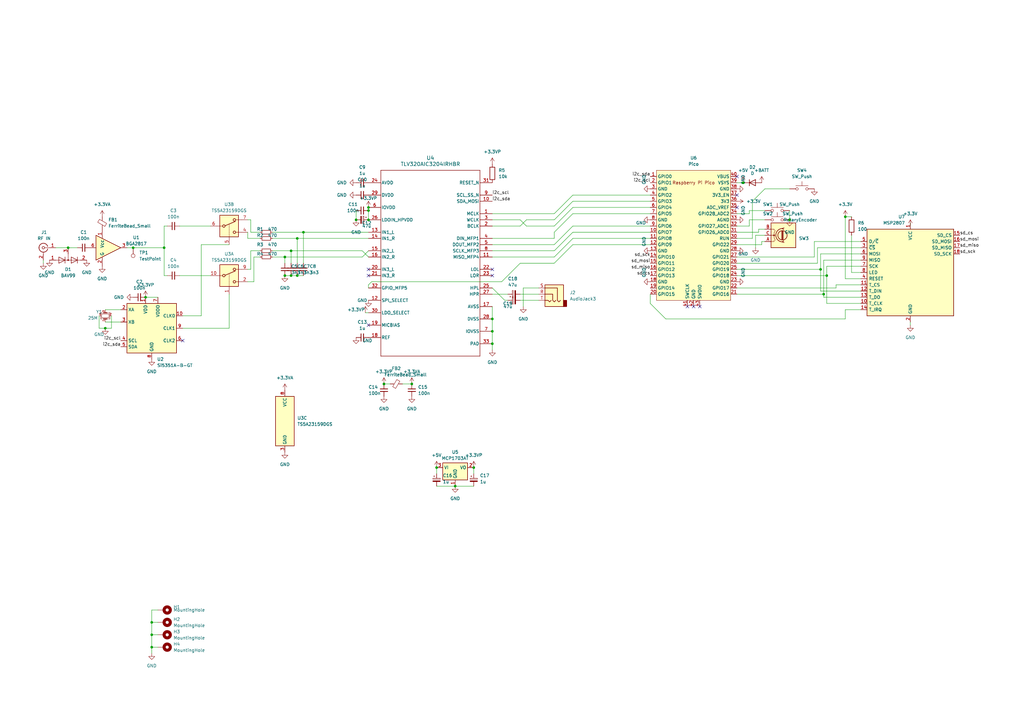
<source format=kicad_sch>
(kicad_sch (version 20230121) (generator eeschema)
  (paper "A3")
  (lib_symbols
    (symbol "2024-01-29_04-48-31:TLV320AIC3204IRHBR" (pin_names (offset 0.254))
      (property "Reference" "U" (at 0 2.54 0))
      (property "Value" "TLV320AIC3204IRHBR" (at 0 0 0))
      (symbol "TLV320AIC3204IRHBR_0_1"
        (pin input line (at 25.4 20.32 180) (length 5.08) (name "MCLK") (number "1"))
        (pin input line (at 25.4 25.4 180) (length 5.08) (name "SDA_MOSI") (number "10"))
        (pin output line (at 25.4 2.54 180) (length 5.08) (name "MISO_MFP4") (number "11"))
        (pin input line (at -25.4 -15.24 0) (length 5.08) (name "SPI_SELECT") (number "12"))
        (pin input line (at -25.4 12.7 0) (length 5.08) (name "IN1_L") (number "13"))
        (pin input line (at -25.4 10.16 0) (length 5.08) (name "IN1_R") (number "14"))
        (pin input line (at -25.4 5.08 0) (length 5.08) (name "IN2_L") (number "15"))
        (pin input line (at -25.4 2.54 0) (length 5.08) (name "IN2_R") (number "16"))
        (pin power_in line (at 25.4 -17.78 180) (length 5.08) (name "AVSS") (number "17"))
        (pin output line (at -25.4 -30.48 0) (length 5.08) (name "REF") (number "18"))
        (pin output line (at -25.4 -25.4 0) (length 5.08) (name "MICBIAS") (number "19"))
        (pin bidirectional line (at 25.4 15.24 180) (length 5.08) (name "BCLK") (number "2"))
        (pin input line (at -25.4 -2.54 0) (length 5.08) (name "IN3_L") (number "20"))
        (pin input line (at -25.4 -5.08 0) (length 5.08) (name "IN3_R") (number "21"))
        (pin output line (at 25.4 -2.54 180) (length 5.08) (name "LOL") (number "22"))
        (pin output line (at 25.4 -5.08 180) (length 5.08) (name "LOR") (number "23"))
        (pin power_in line (at -25.4 33.02 0) (length 5.08) (name "AVDD") (number "24"))
        (pin output line (at 25.4 -10.16 180) (length 5.08) (name "HPL") (number "25"))
        (pin power_in line (at -25.4 17.78 0) (length 5.08) (name "LDOIN_HPVDD") (number "26"))
        (pin output line (at 25.4 -12.7 180) (length 5.08) (name "HPR") (number "27"))
        (pin power_in line (at 25.4 -22.86 180) (length 5.08) (name "DVSS") (number "28"))
        (pin power_in line (at -25.4 27.94 0) (length 5.08) (name "DVDD") (number "29"))
        (pin bidirectional line (at 25.4 17.78 180) (length 5.08) (name "WCLK") (number "3"))
        (pin input line (at -25.4 -20.32 0) (length 5.08) (name "LDO_SELECT") (number "30"))
        (pin input line (at 25.4 33.02 180) (length 5.08) (name "RESET_N") (number "31"))
        (pin bidirectional line (at -25.4 -10.16 0) (length 5.08) (name "GPIO_MFP5") (number "32"))
        (pin power_in line (at 25.4 -33.02 180) (length 5.08) (name "PAD") (number "33"))
        (pin input line (at 25.4 10.16 180) (length 5.08) (name "DIN_MFP1") (number "4"))
        (pin output line (at 25.4 7.62 180) (length 5.08) (name "DOUT_MFP2") (number "5"))
        (pin power_in line (at -25.4 22.86 0) (length 5.08) (name "IOVDD") (number "6"))
        (pin power_in line (at 25.4 -27.94 180) (length 5.08) (name "IOVSS") (number "7"))
        (pin input line (at 25.4 5.08 180) (length 5.08) (name "SCLK_MFP3") (number "8"))
        (pin input line (at 25.4 27.94 180) (length 5.08) (name "SCL_SS_N") (number "9"))
      )
    )
    (symbol "Analog_Switch:TS5A23159DGS"
      (property "Reference" "U" (at -5.08 8.89 0))
      (property "Value" "TS5A23159DGS" (at -5.08 6.985 0))
      (symbol "TS5A23159DGS_1_1"
        (pin input line (at 0 -7.62 90) (length 2.54) (name "~") (number "1"))
        (pin passive line (at -7.62 0 0) (length 2.54) (name "~") (number "10"))
        (pin passive line (at 7.62 -2.54 180) (length 2.54) (name "~") (number "2"))
        (pin passive line (at 7.62 2.54 180) (length 2.54) (name "~") (number "9"))
      )
      (symbol "TS5A23159DGS_2_1"
        (pin passive line (at 7.62 -2.54 180) (length 2.54) (name "~") (number "4"))
        (pin input line (at 0 -7.62 90) (length 2.54) (name "~") (number "5"))
        (pin passive line (at -7.62 0 0) (length 2.54) (name "~") (number "6"))
        (pin passive line (at 7.62 2.54 180) (length 2.54) (name "~") (number "7"))
      )
      (symbol "TS5A23159DGS_3_1"
        (pin power_in line (at 0 -12.7 90) (length 2.54) (name "GND") (number "3"))
        (pin power_in line (at 0 12.7 270) (length 2.54) (name "VCC") (number "8"))
      )
    )
    (symbol "Connector:Conn_Coaxial" (pin_names (offset 1.016) hide)
      (property "Reference" "J" (at 0.254 3.048 0))
      (property "Value" "Conn_Coaxial" (at 2.921 0 90))
      (symbol "Conn_Coaxial_1_1"
        (pin passive line (at -5.08 0 0) (length 2.54) (name "In") (number "1"))
        (pin passive line (at 0 -5.08 90) (length 2.54) (name "Ext") (number "2"))
      )
    )
    (symbol "Connector:TestPoint" (pin_numbers hide) (pin_names (offset 0.762) hide)
      (property "Reference" "TP" (at 0 6.858 0))
      (property "Value" "TestPoint" (at 0 5.08 0))
      (symbol "TestPoint_1_1"
        (pin passive line (at 0 0 90) (length 2.54) (name "1") (number "1"))
      )
    )
    (symbol "Connector_Audio:AudioJack3"
      (property "Reference" "J" (at 0 8.89 0))
      (property "Value" "AudioJack3" (at 0 6.35 0))
      (symbol "AudioJack3_1_1"
        (pin passive line (at 5.08 0 180) (length 2.54) (name "~") (number "R"))
        (pin passive line (at 5.08 2.54 180) (length 2.54) (name "~") (number "S"))
        (pin passive line (at 5.08 -2.54 180) (length 2.54) (name "~") (number "T"))
      )
    )
    (symbol "Device:C_Polarized_Small" (pin_numbers hide) (pin_names (offset 0.254) hide)
      (property "Reference" "C" (at 0.254 1.778 0))
      (property "Value" "C_Polarized_Small" (at 0.254 -2.032 0))
      (symbol "C_Polarized_Small_1_1"
        (pin passive line (at 0 2.54 270) (length 1.8542) (name "~") (number "1"))
        (pin passive line (at 0 -2.54 90) (length 1.8542) (name "~") (number "2"))
      )
    )
    (symbol "Device:C_Small" (pin_numbers hide) (pin_names (offset 0.254) hide)
      (property "Reference" "C" (at 0.254 1.778 0))
      (property "Value" "C_Small" (at 0.254 -2.032 0))
      (symbol "C_Small_1_1"
        (pin passive line (at 0 2.54 270) (length 2.032) (name "~") (number "1"))
        (pin passive line (at 0 -2.54 90) (length 2.032) (name "~") (number "2"))
      )
    )
    (symbol "Device:Crystal_GND24_Small" (pin_names (offset 1.016) hide)
      (property "Reference" "Y" (at 1.27 4.445 0))
      (property "Value" "Crystal_GND24_Small" (at 1.27 2.54 0))
      (symbol "Crystal_GND24_Small_1_1"
        (pin passive line (at -2.54 0 0) (length 1.27) (name "1") (number "1"))
        (pin passive line (at 0 -2.54 90) (length 0.635) (name "2") (number "2"))
        (pin passive line (at 2.54 0 180) (length 1.27) (name "3") (number "3"))
        (pin passive line (at 0 2.54 270) (length 0.635) (name "4") (number "4"))
      )
    )
    (symbol "Device:D" (pin_numbers hide) (pin_names (offset 1.016) hide)
      (property "Reference" "D" (at 0 2.54 0))
      (property "Value" "D" (at 0 -2.54 0))
      (symbol "D_1_1"
        (pin passive line (at -3.81 0 0) (length 2.54) (name "K") (number "1"))
        (pin passive line (at 3.81 0 180) (length 2.54) (name "A") (number "2"))
      )
    )
    (symbol "Device:FerriteBead_Small" (pin_numbers hide) (pin_names (offset 0))
      (property "Reference" "FB" (at 1.905 1.27 0))
      (property "Value" "FerriteBead_Small" (at 1.905 -1.27 0))
      (symbol "FerriteBead_Small_1_1"
        (pin passive line (at 0 2.54 270) (length 1.27) (name "~") (number "1"))
        (pin passive line (at 0 -2.54 90) (length 1.27) (name "~") (number "2"))
      )
    )
    (symbol "Device:R" (pin_numbers hide) (pin_names (offset 0))
      (property "Reference" "R" (at 2.032 0 90))
      (property "Value" "R" (at 0 0 90))
      (symbol "R_1_1"
        (pin passive line (at 0 3.81 270) (length 1.27) (name "~") (number "1"))
        (pin passive line (at 0 -3.81 90) (length 1.27) (name "~") (number "2"))
      )
    )
    (symbol "Device:R_Small" (pin_numbers hide) (pin_names (offset 0.254) hide)
      (property "Reference" "R" (at 0.762 0.508 0))
      (property "Value" "R_Small" (at 0.762 -1.016 0))
      (symbol "R_Small_1_1"
        (pin passive line (at 0 2.54 270) (length 0.762) (name "~") (number "1"))
        (pin passive line (at 0 -2.54 90) (length 0.762) (name "~") (number "2"))
      )
    )
    (symbol "Device:RotaryEncoder" (pin_names (offset 0.254) hide)
      (property "Reference" "SW" (at 0 6.604 0))
      (property "Value" "RotaryEncoder" (at 0 -6.604 0))
      (symbol "RotaryEncoder_1_1"
        (pin passive line (at -7.62 2.54 0) (length 2.54) (name "A") (number "A"))
        (pin passive line (at -7.62 -2.54 0) (length 2.54) (name "B") (number "B"))
        (pin passive line (at -7.62 0 0) (length 2.54) (name "C") (number "C"))
      )
    )
    (symbol "Diode:BAV99" (pin_names hide)
      (property "Reference" "D" (at 0 5.08 0))
      (property "Value" "BAV99" (at 0 2.54 0))
      (symbol "BAV99_1_1"
        (pin passive line (at -7.62 0 0) (length 2.54) (name "K") (number "1"))
        (pin passive line (at 7.62 0 180) (length 2.54) (name "A") (number "2"))
        (pin passive line (at 0 -5.08 90) (length 2.54) (name "K") (number "3"))
      )
    )
    (symbol "MSP2807:MSP2807" (pin_names (offset 0.762))
      (property "Reference" "U" (at -23.876 1.27 0))
      (property "Value" "MSP2807" (at -4.445 1.27 0))
      (symbol "MSP2807_1_1"
        (pin power_in line (at -6.35 2.54 270) (length 2.54) (name "VCC") (number "1"))
        (pin input line (at 13.97 -30.48 180) (length 2.54) (name "T_CLK") (number "10"))
        (pin input line (at 13.97 -22.86 180) (length 2.54) (name "T_CS") (number "11"))
        (pin input line (at 13.97 -25.4 180) (length 2.54) (name "T_DIN") (number "12"))
        (pin input line (at 13.97 -27.94 180) (length 2.54) (name "T_DO") (number "13"))
        (pin input line (at 13.97 -33.02 180) (length 2.54) (name "T_IRQ") (number "14"))
        (pin input line (at -26.67 -2.54 0) (length 2.54) (name "SD_CS") (number "15"))
        (pin input line (at -26.67 -5.08 0) (length 2.54) (name "SD_MOSI") (number "16"))
        (pin output line (at -26.67 -7.62 0) (length 2.54) (name "SD_MISO") (number "17"))
        (pin input line (at -26.67 -10.16 0) (length 2.54) (name "SD_SCK") (number "18"))
        (pin power_in line (at -6.35 -38.1 90) (length 2.54) (name "GND") (number "2"))
        (pin input line (at 13.97 -7.62 180) (length 2.54) (name "~{CS}") (number "3"))
        (pin input line (at 13.97 -20.32 180) (length 2.54) (name "RESET") (number "4"))
        (pin input line (at 13.97 -5.08 180) (length 2.54) (name "D/~{C}") (number "5"))
        (pin input line (at 13.97 -10.16 180) (length 2.54) (name "MOSI") (number "6"))
        (pin input line (at 13.97 -15.24 180) (length 2.54) (name "SCK") (number "7"))
        (pin input line (at 13.97 -17.78 180) (length 2.54) (name "LED") (number "8"))
        (pin output line (at 13.97 -12.7 180) (length 2.54) (name "MISO") (number "9"))
      )
    )
    (symbol "Mechanical:MountingHole_Pad" (pin_numbers hide) (pin_names (offset 1.016) hide)
      (property "Reference" "H" (at 0 6.35 0))
      (property "Value" "MountingHole_Pad" (at 0 4.445 0))
      (symbol "MountingHole_Pad_1_1"
        (pin input line (at 0 -2.54 90) (length 2.54) (name "1") (number "1"))
      )
    )
    (symbol "Oscillator:Si5351A-B-GT"
      (property "Reference" "U" (at -8.89 11.43 0))
      (property "Value" "Si5351A-B-GT" (at -12.7 -12.7 0))
      (symbol "Si5351A-B-GT_1_1"
        (pin power_in line (at -2.54 12.7 270) (length 2.54) (name "VDD") (number "1"))
        (pin output line (at 12.7 5.08 180) (length 2.54) (name "CLK0") (number "10"))
        (pin input line (at -12.7 7.62 0) (length 2.54) (name "XA") (number "2"))
        (pin input line (at -12.7 2.54 0) (length 2.54) (name "XB") (number "3"))
        (pin input line (at -12.7 -5.08 0) (length 2.54) (name "SCL") (number "4"))
        (pin bidirectional line (at -12.7 -7.62 0) (length 2.54) (name "SDA") (number "5"))
        (pin output line (at 12.7 -5.08 180) (length 2.54) (name "CLK2") (number "6"))
        (pin power_in line (at 2.54 12.7 270) (length 2.54) (name "VDDO") (number "7"))
        (pin power_in line (at 0 -12.7 90) (length 2.54) (name "GND") (number "8"))
        (pin output line (at 12.7 0 180) (length 2.54) (name "CLK1") (number "9"))
      )
    )
    (symbol "RF_Amplifier:BGA2817"
      (property "Reference" "U" (at 2.54 6.35 0))
      (property "Value" "BGA2817" (at 3.81 3.81 0))
      (symbol "BGA2817_1_1"
        (pin power_in line (at -2.54 7.62 270) (length 3.81) (name "Vcc") (number "1"))
        (pin power_in line (at -2.54 -7.62 90) (length 3.81) (name "G") (number "2"))
        (pin output line (at 7.62 0 180) (length 2.54) (name "~") (number "3"))
        (pin passive line (at -2.54 -7.62 90) (length 3.81) hide (name "G") (number "4"))
        (pin passive line (at -2.54 -7.62 90) (length 3.81) hide (name "G") (number "5"))
        (pin input line (at -7.62 0 0) (length 2.54) (name "~") (number "6"))
      )
    )
    (symbol "RP-Pico:Pico"
      (property "Reference" "U" (at -13.97 27.94 0))
      (property "Value" "Pico" (at 0 19.05 0))
      (symbol "Pico_0_0"
        (text "Raspberry Pi Pico" (at 0 21.59 0) (effects (font (size 1.27 1.27))))
      )
      (symbol "Pico_1_1"
        (pin bidirectional line (at -17.78 24.13 0) (length 2.54) (name "GPIO0") (number "1"))
        (pin bidirectional line (at -17.78 1.27 0) (length 2.54) (name "GPIO7") (number "10"))
        (pin bidirectional line (at -17.78 -1.27 0) (length 2.54) (name "GPIO8") (number "11"))
        (pin bidirectional line (at -17.78 -3.81 0) (length 2.54) (name "GPIO9") (number "12"))
        (pin power_in line (at -17.78 -6.35 0) (length 2.54) (name "GND") (number "13"))
        (pin bidirectional line (at -17.78 -8.89 0) (length 2.54) (name "GPIO10") (number "14"))
        (pin bidirectional line (at -17.78 -11.43 0) (length 2.54) (name "GPIO11") (number "15"))
        (pin bidirectional line (at -17.78 -13.97 0) (length 2.54) (name "GPIO12") (number "16"))
        (pin bidirectional line (at -17.78 -16.51 0) (length 2.54) (name "GPIO13") (number "17"))
        (pin power_in line (at -17.78 -19.05 0) (length 2.54) (name "GND") (number "18"))
        (pin bidirectional line (at -17.78 -21.59 0) (length 2.54) (name "GPIO14") (number "19"))
        (pin bidirectional line (at -17.78 21.59 0) (length 2.54) (name "GPIO1") (number "2"))
        (pin bidirectional line (at -17.78 -24.13 0) (length 2.54) (name "GPIO15") (number "20"))
        (pin bidirectional line (at 17.78 -24.13 180) (length 2.54) (name "GPIO16") (number "21"))
        (pin bidirectional line (at 17.78 -21.59 180) (length 2.54) (name "GPIO17") (number "22"))
        (pin power_in line (at 17.78 -19.05 180) (length 2.54) (name "GND") (number "23"))
        (pin bidirectional line (at 17.78 -16.51 180) (length 2.54) (name "GPIO18") (number "24"))
        (pin bidirectional line (at 17.78 -13.97 180) (length 2.54) (name "GPIO19") (number "25"))
        (pin bidirectional line (at 17.78 -11.43 180) (length 2.54) (name "GPIO20") (number "26"))
        (pin bidirectional line (at 17.78 -8.89 180) (length 2.54) (name "GPIO21") (number "27"))
        (pin power_in line (at 17.78 -6.35 180) (length 2.54) (name "GND") (number "28"))
        (pin bidirectional line (at 17.78 -3.81 180) (length 2.54) (name "GPIO22") (number "29"))
        (pin power_in line (at -17.78 19.05 0) (length 2.54) (name "GND") (number "3"))
        (pin input line (at 17.78 -1.27 180) (length 2.54) (name "RUN") (number "30"))
        (pin bidirectional line (at 17.78 1.27 180) (length 2.54) (name "GPIO26_ADC0") (number "31"))
        (pin bidirectional line (at 17.78 3.81 180) (length 2.54) (name "GPIO27_ADC1") (number "32"))
        (pin power_in line (at 17.78 6.35 180) (length 2.54) (name "AGND") (number "33"))
        (pin bidirectional line (at 17.78 8.89 180) (length 2.54) (name "GPIO28_ADC2") (number "34"))
        (pin power_in line (at 17.78 11.43 180) (length 2.54) (name "ADC_VREF") (number "35"))
        (pin power_in line (at 17.78 13.97 180) (length 2.54) (name "3V3") (number "36"))
        (pin input line (at 17.78 16.51 180) (length 2.54) (name "3V3_EN") (number "37"))
        (pin bidirectional line (at 17.78 19.05 180) (length 2.54) (name "GND") (number "38"))
        (pin power_in line (at 17.78 21.59 180) (length 2.54) (name "VSYS") (number "39"))
        (pin bidirectional line (at -17.78 16.51 0) (length 2.54) (name "GPIO2") (number "4"))
        (pin power_in line (at 17.78 24.13 180) (length 2.54) (name "VBUS") (number "40"))
        (pin input line (at -2.54 -29.21 90) (length 2.54) (name "SWCLK") (number "41"))
        (pin power_in line (at 0 -29.21 90) (length 2.54) (name "GND") (number "42"))
        (pin bidirectional line (at 2.54 -29.21 90) (length 2.54) (name "SWDIO") (number "43"))
        (pin bidirectional line (at -17.78 13.97 0) (length 2.54) (name "GPIO3") (number "5"))
        (pin bidirectional line (at -17.78 11.43 0) (length 2.54) (name "GPIO4") (number "6"))
        (pin bidirectional line (at -17.78 8.89 0) (length 2.54) (name "GPIO5") (number "7"))
        (pin power_in line (at -17.78 6.35 0) (length 2.54) (name "GND") (number "8"))
        (pin bidirectional line (at -17.78 3.81 0) (length 2.54) (name "GPIO6") (number "9"))
      )
    )
    (symbol "Regulator_Linear:AMS1117-3.3"
      (property "Reference" "U" (at -3.81 3.175 0))
      (property "Value" "AMS1117-3.3" (at 0 3.175 0))
      (symbol "AMS1117-3.3_1_1"
        (pin power_in line (at 0 -7.62 90) (length 2.54) (name "GND") (number "1"))
        (pin power_out line (at 7.62 0 180) (length 2.54) (name "VO") (number "2"))
        (pin power_in line (at -7.62 0 0) (length 2.54) (name "VI") (number "3"))
      )
    )
    (symbol "Switch:SW_Push" (pin_numbers hide) (pin_names (offset 1.016) hide)
      (property "Reference" "SW" (at 1.27 2.54 0))
      (property "Value" "SW_Push" (at 0 -1.524 0))
      (symbol "SW_Push_0_1"
        (pin passive line (at -5.08 0 0) (length 2.54) (name "1") (number "1"))
        (pin passive line (at 5.08 0 180) (length 2.54) (name "2") (number "2"))
      )
    )
    (symbol "power:+3.3V" (power) (pin_names (offset 0))
      (property "Value" "+3.3V" (at 0 3.556 0))
      (symbol "+3.3V_1_1"
        (pin power_in line (at 0 0 90) (length 0) hide (name "+3.3V") (number "1"))
      )
    )
    (symbol "power:+3.3VA" (power) (pin_names (offset 0))
      (property "Value" "+3.3VA" (at 0 3.556 0))
      (symbol "+3.3VA_1_1"
        (pin power_in line (at 0 0 90) (length 0) hide (name "+3.3VA") (number "1"))
      )
    )
    (symbol "power:+3.3VP" (power) (pin_names (offset 0))
      (property "Value" "+3.3VP" (at 0 2.54 0))
      (symbol "+3.3VP_0_0"
        (pin power_in line (at 0 0 90) (length 0) hide (name "+3.3VP") (number "1"))
      )
    )
    (symbol "power:+5V" (power) (pin_names (offset 0))
      (property "Value" "+5V" (at 0 3.556 0))
      (symbol "+5V_1_1"
        (pin power_in line (at 0 0 90) (length 0) hide (name "+5V") (number "1"))
      )
    )
    (symbol "power:+BATT" (power) (pin_names (offset 0))
      (property "Value" "+BATT" (at 0 3.556 0))
      (symbol "+BATT_1_1"
        (pin power_in line (at 0 0 90) (length 0) hide (name "+BATT") (number "1"))
      )
    )
    (symbol "power:GND" (power) (pin_names (offset 0))
      (property "Value" "GND" (at 0 -3.81 0))
      (symbol "GND_1_1"
        (pin power_in line (at 0 0 270) (length 0) hide (name "GND") (number "1"))
      )
    )
  )
  (junction (at 116.84 113.03))
  (junction (at 194.31 191.77))
  (junction (at 62.23 255.27))
  (junction (at 201.93 140.97))
  (junction (at 151.13 90.17))
  (junction (at 124.46 95.25))
  (junction (at 121.92 113.03))
  (junction (at 179.07 191.77))
  (junction (at 121.92 97.79))
  (junction (at 151.13 85.09))
  (junction (at 62.23 265.43))
  (junction (at 116.84 105.41))
  (junction (at 62.23 260.35))
  (junction (at 304.8 74.93))
  (junction (at 119.38 113.03))
  (junction (at 157.48 157.48))
  (junction (at 151.13 86.36))
  (junction (at 119.38 102.87))
  (junction (at 201.93 135.89))
  (junction (at 323.85 90.17))
  (junction (at 59.69 121.92))
  (junction (at 54.61 101.6))
  (junction (at 146.05 90.17))
  (junction (at 43.18 134.62))
  (junction (at 201.93 130.81))
  (junction (at 27.94 101.6))
  (junction (at 186.69 199.39))
  (junction (at 67.31 101.6))
  (junction (at 346.71 88.9))
  (junction (at 339.09 113.03))
  (junction (at 337.82 120.65))
  (junction (at 336.55 110.49))
  (junction (at 168.91 157.48))
  (no_connect (at 281.94 125.73))
  (no_connect (at 302.26 85.09))
  (no_connect (at 302.26 72.39))
  (no_connect (at 151.13 133.35))
  (no_connect (at 284.48 125.73))
  (no_connect (at 201.93 113.03))
  (no_connect (at 151.13 110.49))
  (no_connect (at 151.13 113.03))
  (no_connect (at 74.93 139.7))
  (no_connect (at 302.26 80.01))
  (no_connect (at 201.93 110.49))
  (no_connect (at 287.02 125.73))
  (wire (pts (xy 149.86 128.27) (xy 151.13 128.27)))
  (wire (pts (xy 336.55 119.38) (xy 353.06 119.38)))
  (wire (pts (xy 307.34 86.36) (xy 313.69 86.36)))
  (wire (pts (xy 373.38 132.08) (xy 373.38 133.35)))
  (wire (pts (xy 313.69 77.47) (xy 323.85 77.47)))
  (wire (pts (xy 62.23 260.35) (xy 64.77 260.35)))
  (wire (pts (xy 74.93 134.62) (xy 93.98 134.62)))
  (wire (pts (xy 111.76 105.41) (xy 116.84 105.41)))
  (wire (pts (xy 336.55 119.38) (xy 336.55 110.49)))
  (wire (pts (xy 201.93 92.71) (xy 213.36 92.71)))
  (wire (pts (xy 312.42 99.06) (xy 313.69 99.06)))
  (wire (pts (xy 234.95 82.55) (xy 266.7 82.55)))
  (wire (pts (xy 116.84 105.41) (xy 148.59 105.41)))
  (wire (pts (xy 43.18 127) (xy 49.53 127)))
  (wire (pts (xy 201.93 102.87) (xy 227.33 102.87)))
  (wire (pts (xy 45.72 129.54) (xy 45.72 134.62)))
  (wire (pts (xy 337.82 121.92) (xy 353.06 121.92)))
  (wire (pts (xy 234.95 82.55) (xy 227.33 90.17)))
  (wire (pts (xy 101.6 97.79) (xy 101.6 95.25)))
  (wire (pts (xy 266.7 97.79) (xy 234.95 97.79)))
  (wire (pts (xy 304.8 74.93) (xy 302.26 74.93)))
  (wire (pts (xy 266.7 80.01) (xy 234.95 80.01)))
  (wire (pts (xy 93.98 100.33) (xy 82.55 100.33)))
  (wire (pts (xy 311.15 93.98) (xy 313.69 93.98)))
  (wire (pts (xy 151.13 102.87) (xy 148.59 105.41)))
  (wire (pts (xy 106.68 97.79) (xy 101.6 97.79)))
  (wire (pts (xy 168.91 157.48) (xy 165.1 157.48)))
  (wire (pts (xy 234.95 100.33) (xy 266.7 100.33)))
  (wire (pts (xy 337.82 106.68) (xy 337.82 120.65)))
  (wire (pts (xy 208.28 123.19) (xy 207.01 123.19)))
  (wire (pts (xy 40.64 134.62) (xy 43.18 134.62)))
  (wire (pts (xy 337.82 106.68) (xy 353.06 106.68)))
  (wire (pts (xy 62.23 255.27) (xy 64.77 255.27)))
  (wire (pts (xy 146.05 86.36) (xy 146.05 90.17)))
  (wire (pts (xy 339.09 124.46) (xy 353.06 124.46)))
  (wire (pts (xy 106.68 95.25) (xy 102.87 95.25)))
  (wire (pts (xy 307.34 92.71) (xy 302.26 92.71)))
  (wire (pts (xy 266.7 120.65) (xy 266.7 124.46)))
  (wire (pts (xy 179.07 199.39) (xy 186.69 199.39)))
  (wire (pts (xy 40.64 129.54) (xy 40.64 134.62)))
  (wire (pts (xy 179.07 191.77) (xy 179.07 194.31)))
  (wire (pts (xy 346.71 114.3) (xy 353.06 114.3)))
  (wire (pts (xy 194.31 191.77) (xy 194.31 194.31)))
  (wire (pts (xy 311.15 95.25) (xy 302.26 95.25)))
  (wire (pts (xy 227.33 87.63) (xy 234.95 80.01)))
  (wire (pts (xy 307.34 90.17) (xy 307.34 92.71)))
  (wire (pts (xy 62.23 260.35) (xy 62.23 265.43)))
  (wire (pts (xy 45.72 134.62) (xy 43.18 134.62)))
  (wire (pts (xy 74.93 129.54) (xy 82.55 129.54)))
  (wire (pts (xy 68.58 92.71) (xy 67.31 92.71)))
  (wire (pts (xy 59.69 121.92) (xy 64.77 121.92)))
  (wire (pts (xy 227.33 92.71) (xy 234.95 85.09)))
  (wire (pts (xy 353.06 127) (xy 346.71 127)))
  (wire (pts (xy 201.93 120.65) (xy 208.28 120.65)))
  (wire (pts (xy 82.55 100.33) (xy 82.55 129.54)))
  (wire (pts (xy 121.92 113.03) (xy 124.46 113.03)))
  (wire (pts (xy 339.09 124.46) (xy 339.09 113.03)))
  (wire (pts (xy 308.61 97.79) (xy 308.61 82.55)))
  (wire (pts (xy 346.71 88.9) (xy 349.25 88.9)))
  (wire (pts (xy 346.71 127) (xy 346.71 130.81)))
  (wire (pts (xy 86.36 92.71) (xy 73.66 92.71)))
  (wire (pts (xy 335.28 101.6) (xy 353.06 101.6)))
  (wire (pts (xy 313.69 96.52) (xy 309.88 96.52)))
  (wire (pts (xy 62.23 255.27) (xy 62.23 260.35)))
  (wire (pts (xy 334.01 99.06) (xy 334.01 105.41)))
  (wire (pts (xy 373.38 91.44) (xy 373.38 92.71)))
  (wire (pts (xy 227.33 102.87) (xy 234.95 95.25)))
  (wire (pts (xy 266.7 124.46) (xy 273.05 130.81)))
  (wire (pts (xy 312.42 99.06) (xy 312.42 100.33)))
  (wire (pts (xy 302.26 113.03) (xy 339.09 113.03)))
  (wire (pts (xy 201.93 90.17) (xy 213.36 90.17)))
  (wire (pts (xy 234.95 100.33) (xy 227.33 107.95)))
  (wire (pts (xy 67.31 101.6) (xy 54.61 101.6)))
  (wire (pts (xy 62.23 265.43) (xy 64.77 265.43)))
  (wire (pts (xy 207.01 123.19) (xy 201.93 118.11)))
  (wire (pts (xy 67.31 92.71) (xy 67.31 101.6)))
  (wire (pts (xy 334.01 99.06) (xy 353.06 99.06)))
  (wire (pts (xy 213.36 90.17) (xy 215.9 92.71)))
  (wire (pts (xy 201.93 130.81) (xy 201.93 135.89)))
  (wire (pts (xy 234.95 87.63) (xy 266.7 87.63)))
  (wire (pts (xy 336.55 110.49) (xy 336.55 104.14)))
  (wire (pts (xy 323.85 86.36) (xy 323.85 90.17)))
  (wire (pts (xy 62.23 265.43) (xy 62.23 267.97)))
  (wire (pts (xy 214.63 118.11) (xy 220.98 118.11)))
  (wire (pts (xy 93.98 134.62) (xy 93.98 120.65)))
  (wire (pts (xy 308.61 82.55) (xy 313.69 77.47)))
  (wire (pts (xy 266.7 85.09) (xy 234.95 85.09)))
  (wire (pts (xy 86.36 113.03) (xy 73.66 113.03)))
  (wire (pts (xy 273.05 130.81) (xy 346.71 130.81)))
  (wire (pts (xy 102.87 90.17) (xy 101.6 90.17)))
  (wire (pts (xy 339.09 109.22) (xy 339.09 113.03)))
  (wire (pts (xy 302.26 105.41) (xy 334.01 105.41)))
  (wire (pts (xy 201.93 140.97) (xy 201.93 143.51)))
  (wire (pts (xy 302.26 97.79) (xy 308.61 97.79)))
  (wire (pts (xy 102.87 102.87) (xy 106.68 102.87)))
  (wire (pts (xy 220.98 123.19) (xy 213.36 123.19)))
  (wire (pts (xy 234.95 92.71) (xy 227.33 100.33)))
  (wire (pts (xy 213.36 120.65) (xy 220.98 120.65)))
  (wire (pts (xy 213.36 107.95) (xy 205.74 115.57)))
  (wire (pts (xy 124.46 95.25) (xy 151.13 95.25)))
  (wire (pts (xy 17.78 106.68) (xy 17.78 107.95)))
  (wire (pts (xy 215.9 92.71) (xy 227.33 92.71)))
  (wire (pts (xy 148.59 102.87) (xy 151.13 105.41)))
  (wire (pts (xy 342.9 116.84) (xy 342.9 118.11)))
  (wire (pts (xy 102.87 110.49) (xy 102.87 102.87)))
  (wire (pts (xy 302.26 120.65) (xy 337.82 120.65)))
  (wire (pts (xy 102.87 95.25) (xy 102.87 90.17)))
  (wire (pts (xy 266.7 95.25) (xy 234.95 95.25)))
  (wire (pts (xy 311.15 93.98) (xy 311.15 95.25)))
  (wire (pts (xy 266.7 92.71) (xy 234.95 92.71)))
  (wire (pts (xy 342.9 116.84) (xy 353.06 116.84)))
  (wire (pts (xy 234.95 87.63) (xy 227.33 95.25)))
  (wire (pts (xy 62.23 250.19) (xy 64.77 250.19)))
  (wire (pts (xy 104.14 115.57) (xy 101.6 115.57)))
  (wire (pts (xy 101.6 110.49) (xy 102.87 110.49)))
  (wire (pts (xy 346.71 88.9) (xy 346.71 114.3)))
  (wire (pts (xy 43.18 132.08) (xy 49.53 132.08)))
  (wire (pts (xy 201.93 100.33) (xy 227.33 100.33)))
  (wire (pts (xy 215.9 90.17) (xy 227.33 90.17)))
  (wire (pts (xy 67.31 101.6) (xy 67.31 113.03)))
  (wire (pts (xy 309.88 96.52) (xy 309.88 101.6)))
  (wire (pts (xy 152.4 115.57) (xy 205.74 115.57)))
  (wire (pts (xy 104.14 105.41) (xy 104.14 115.57)))
  (wire (pts (xy 119.38 113.03) (xy 121.92 113.03)))
  (wire (pts (xy 68.58 113.03) (xy 67.31 113.03)))
  (wire (pts (xy 121.92 97.79) (xy 121.92 107.95)))
  (wire (pts (xy 104.14 105.41) (xy 106.68 105.41)))
  (wire (pts (xy 151.13 116.84) (xy 152.4 115.57)))
  (wire (pts (xy 339.09 109.22) (xy 353.06 109.22)))
  (wire (pts (xy 201.93 87.63) (xy 227.33 87.63)))
  (wire (pts (xy 121.92 97.79) (xy 151.13 97.79)))
  (wire (pts (xy 124.46 95.25) (xy 124.46 107.95)))
  (wire (pts (xy 342.9 118.11) (xy 302.26 118.11)))
  (wire (pts (xy 119.38 102.87) (xy 148.59 102.87)))
  (wire (pts (xy 313.69 90.17) (xy 307.34 90.17)))
  (wire (pts (xy 227.33 105.41) (xy 234.95 97.79)))
  (wire (pts (xy 121.92 97.79) (xy 111.76 97.79)))
  (wire (pts (xy 201.93 97.79) (xy 227.33 97.79)))
  (wire (pts (xy 227.33 95.25) (xy 227.33 97.79)))
  (wire (pts (xy 157.48 157.48) (xy 160.02 157.48)))
  (wire (pts (xy 214.63 118.11) (xy 214.63 125.73)))
  (wire (pts (xy 201.93 125.73) (xy 201.93 130.81)))
  (wire (pts (xy 312.42 100.33) (xy 302.26 100.33)))
  (wire (pts (xy 62.23 250.19) (xy 62.23 255.27)))
  (wire (pts (xy 151.13 118.11) (xy 151.13 116.84)))
  (wire (pts (xy 116.84 113.03) (xy 119.38 113.03)))
  (wire (pts (xy 27.94 101.6) (xy 31.75 101.6)))
  (wire (pts (xy 227.33 107.95) (xy 213.36 107.95)))
  (wire (pts (xy 186.69 199.39) (xy 194.31 199.39)))
  (wire (pts (xy 111.76 102.87) (xy 119.38 102.87)))
  (wire (pts (xy 201.93 135.89) (xy 201.93 140.97)))
  (wire (pts (xy 124.46 95.25) (xy 111.76 95.25)))
  (wire (pts (xy 116.84 105.41) (xy 116.84 107.95)))
  (wire (pts (xy 151.13 85.09) (xy 151.13 86.36)))
  (wire (pts (xy 302.26 110.49) (xy 336.55 110.49)))
  (wire (pts (xy 307.34 86.36) (xy 307.34 87.63)))
  (wire (pts (xy 201.93 105.41) (xy 227.33 105.41)))
  (wire (pts (xy 22.86 101.6) (xy 27.94 101.6)))
  (wire (pts (xy 336.55 104.14) (xy 353.06 104.14)))
  (wire (pts (xy 335.28 101.6) (xy 335.28 107.95)))
  (wire (pts (xy 307.34 87.63) (xy 302.26 87.63)))
  (wire (pts (xy 349.25 111.76) (xy 353.06 111.76)))
  (wire (pts (xy 349.25 96.52) (xy 349.25 111.76)))
  (wire (pts (xy 302.26 107.95) (xy 335.28 107.95)))
  (wire (pts (xy 151.13 86.36) (xy 151.13 90.17)))
  (wire (pts (xy 337.82 121.92) (xy 337.82 120.65)))
  (wire (pts (xy 54.61 101.6) (xy 52.07 101.6)))
  (wire (pts (xy 119.38 102.87) (xy 119.38 107.95)))
  (wire (pts (xy 213.36 92.71) (xy 215.9 90.17)))
  (label "sd_mosi" (at 266.7 107.95 180))
  (label "sd_mosi" (at 393.7 99.06 0))
  (label "i2c_scl" (at 201.93 80.01 0))
  (label "i2c_sda" (at 49.53 142.24 180))
  (label "sd_sck" (at 393.7 104.14 0))
  (label "i2c_scl" (at 49.53 139.7 180))
  (label "sd_cs" (at 266.7 113.03 180))
  (label "sd_miso" (at 393.7 101.6 0))
  (label "sd_miso" (at 266.7 110.49 180))
  (label "i2c_scl" (at 266.7 74.93 180))
  (label "i2c_sda" (at 201.93 82.55 0))
  (label "i2c_sda" (at 266.7 72.39 180))
  (label "sd_cs" (at 393.7 96.52 0))
  (label "sd_sck" (at 266.7 105.41 180))
  (symbol (lib_id "Device:R_Small") (at 109.22 97.79 90) (unit 1)
    (property "Reference" "R2" (at 106.68 96.52 90))
    (property "Value" "470" (at 111.76 96.52 90))
    (property "Footprint" "Resistor_SMD:R_0603_1608Metric_Pad0.98x0.95mm_HandSolder" (effects hide))
  )
  (symbol (lib_id "Device:RotaryEncoder") (at 321.31 96.52 0) (mirror x) (unit 1)
    (property "Reference" "SW3" (at 327.66 97.79 0) (effects (justify left)))
    (property "Value" "RotaryEncoder" (at 321.31 90.17 0) (effects (justify left)))
    (property "Footprint" "Rotary_Encoder:RotaryEncoder_Alps_EC12E_Vertical_H20mm" (effects hide))
  )
  (symbol (lib_id "power:GND") (at 146.05 74.93 270) (unit 1)
    (property "Reference" "#PWR014" (effects hide))
    (property "Value" "GND" (at 142.24 74.93 90) (effects (justify right)))
  )
  (symbol (lib_id "Switch:SW_Push") (at 328.93 77.47 0) (unit 1)
    (property "Reference" "SW4" (at 328.93 69.85 0))
    (property "Value" "SW_Push" (at 328.93 72.39 0))
    (property "Footprint" "Button_Switch_SMD:SW_Push_1P1T_NO_Vertical_Wuerth_434133025816" (effects hide))
  )
  (symbol (lib_id "Analog_Switch:TS5A23159DGS") (at 116.84 172.72 0) (unit 3)
    (property "Reference" "U3" (at 121.92 171.45 0) (effects (justify left)))
    (property "Value" "TS5A23159DGS" (at 121.92 173.99 0) (effects (justify left)))
    (property "Footprint" "Package_SO:VSSOP-10_3x3mm_P0.5mm" (effects hide))
    (property "Datasheet" "http://www.ti.com/lit/ds/symlink/ts5a23159.pdf" (effects hide))
  )
  (symbol (lib_id "power:+3.3VP") (at 151.13 85.09 0) (unit 1)
    (property "Reference" "#PWR019" (effects hide))
    (property "Value" "+3.3VP" (at 151.13 81.28 0))
  )
  (symbol (lib_id "power:GND") (at 157.48 162.56 0) (unit 1)
    (property "Reference" "#PWR022" (effects hide))
    (property "Value" "GND" (at 157.48 167.64 0))
  )
  (symbol (lib_id "power:+3.3V") (at 302.26 82.55 270) (unit 1)
    (property "Reference" "#PWR036" (effects hide))
    (property "Value" "+3.3V" (at 306.07 82.55 90) (effects (justify left)))
  )
  (symbol (lib_id "Device:C_Small") (at 148.59 86.36 90) (unit 1)
    (property "Reference" "C11" (at 144.7863 83.82 90))
    (property "Value" "100n" (at 144.7863 86.36 90))
    (property "Footprint" "Capacitor_SMD:C_0603_1608Metric_Pad1.08x0.95mm_HandSolder" (effects hide))
  )
  (symbol (lib_id "power:+3.3VP") (at 59.69 121.92 0) (unit 1)
    (property "Reference" "#PWR08" (effects hide))
    (property "Value" "+3.3VP" (at 59.69 116.84 0))
  )
  (symbol (lib_id "MSP2807:MSP2807") (at 367.03 93.98 0) (mirror y) (unit 1)
    (property "Reference" "U7" (at 371.1859 88.9 0) (effects (justify left)))
    (property "Value" "MSP2807" (at 371.1859 91.44 0) (effects (justify left)))
    (property "Footprint" "MSP2807:MSP2807_floating" (effects hide))
    (property "Datasheet" "http://www.lcdwiki.com/2.8inch_SPI_Module_ILI9341_SKU:MSP2807" (effects hide))
  )
  (symbol (lib_id "Oscillator:Si5351A-B-GT") (at 62.23 134.62 0) (unit 1)
    (property "Reference" "U2" (at 64.4241 147.32 0) (effects (justify left)))
    (property "Value" "Si5351A-B-GT" (at 64.4241 149.86 0) (effects (justify left)))
    (property "Footprint" "Package_SO:MSOP-10_3x3mm_P0.5mm" (effects hide))
    (property "Datasheet" "https://www.silabs.com/documents/public/data-sheets/Si5351-B.pdf" (effects hide))
  )
  (symbol (lib_id "power:GND") (at 266.7 77.47 270) (mirror x) (unit 1)
    (property "Reference" "#PWR031" (effects hide))
    (property "Value" "GND" (at 264.16 73.66 0))
  )
  (symbol (lib_id "Device:C_Small") (at 71.12 113.03 90) (unit 1)
    (property "Reference" "C4" (at 71.1263 106.68 90))
    (property "Value" "100n" (at 71.1263 109.22 90))
    (property "Footprint" "Capacitor_SMD:C_0603_1608Metric_Pad1.08x0.95mm_HandSolder" (effects hide))
  )
  (symbol (lib_id "Device:D") (at 308.61 74.93 0) (unit 1)
    (property "Reference" "D2" (at 308.61 68.58 0))
    (property "Value" "D" (at 308.61 71.12 0))
    (property "Footprint" "Diode_SMD:D_SMA" (effects hide))
    (property "Sim.Device" "D" (effects hide))
    (property "Sim.Pins" "1=K 3=A" (effects hide))
  )
  (symbol (lib_id "Device:C_Polarized_Small") (at 148.59 90.17 270) (unit 1)
    (property "Reference" "C12" (at 150.4061 91.44 90))
    (property "Value" "47u" (at 150.4061 92.71 90))
    (property "Footprint" "Capacitor_THT:CP_Radial_D5.0mm_P2.00mm" (effects hide))
  )
  (symbol (lib_id "Analog_Switch:TS5A23159DGS") (at 93.98 92.71 0) (unit 2)
    (property "Reference" "U3" (at 93.98 83.82 0))
    (property "Value" "TS5A23159DGS" (at 93.98 86.36 0))
    (property "Footprint" "Package_SO:VSSOP-10_3x3mm_P0.5mm" (effects hide))
    (property "Datasheet" "http://www.ti.com/lit/ds/symlink/ts5a23159.pdf" (effects hide))
  )
  (symbol (lib_id "Device:FerriteBead_Small") (at 162.56 157.48 90) (unit 1)
    (property "Reference" "FB2" (at 162.5219 151.13 90))
    (property "Value" "FerriteBead_Small" (at 166.3319 153.67 90))
    (property "Footprint" "Inductor_SMD:L_0603_1608Metric_Pad1.05x0.95mm_HandSolder" (effects hide))
  )
  (symbol (lib_id "Device:C_Small") (at 119.38 110.49 0) (unit 1)
    (property "Reference" "C6" (at 121.92 109.2263 0) (effects (justify left)))
    (property "Value" "3n3" (at 121.92 111.7663 0) (effects (justify left)))
    (property "Footprint" "Capacitor_SMD:C_0603_1608Metric_Pad1.08x0.95mm_HandSolder" (effects hide))
  )
  (symbol (lib_id "power:GND") (at 62.23 147.32 0) (unit 1)
    (property "Reference" "#PWR09" (effects hide))
    (property "Value" "GND" (at 62.23 152.4 0))
  )
  (symbol (lib_id "Device:C_Polarized_Small") (at 210.82 123.19 90) (unit 1)
    (property "Reference" "C19" (at 208.2863 124.46 90))
    (property "Value" "47u" (at 208.2863 125.73 90))
    (property "Footprint" "Capacitor_THT:CP_Radial_D6.3mm_P2.50mm" (effects hide))
  )
  (symbol (lib_id "Device:C_Polarized_Small") (at 194.31 196.85 0) (unit 1)
    (property "Reference" "C17" (at 196.85 195.0339 0) (effects (justify left)))
    (property "Value" "1u" (at 196.85 197.5739 0) (effects (justify left)))
    (property "Footprint" "Capacitor_THT:CP_Radial_D5.0mm_P2.00mm" (effects hide))
  )
  (symbol (lib_id "power:GND") (at 373.38 133.35 0) (mirror y) (unit 1)
    (property "Reference" "#PWR046" (effects hide))
    (property "Value" "GND" (at 373.38 138.43 0))
  )
  (symbol (lib_id "Device:C_Small") (at 121.92 110.49 0) (unit 1)
    (property "Reference" "C7" (at 124.46 109.2263 0) (effects (justify left)))
    (property "Value" "3n3" (at 124.46 111.7663 0) (effects (justify left)))
    (property "Footprint" "Capacitor_SMD:C_0603_1608Metric_Pad1.08x0.95mm_HandSolder" (effects hide))
  )
  (symbol (lib_id "power:+5V") (at 304.8 74.93 0) (unit 1)
    (property "Reference" "#PWR040" (effects hide))
    (property "Value" "+5V" (at 304.8 69.85 0))
  )
  (symbol (lib_id "power:+3.3VP") (at 149.86 128.27 0) (unit 1)
    (property "Reference" "#PWR018" (effects hide))
    (property "Value" "+3.3VP" (at 146.05 127 0))
  )
  (symbol (lib_id "power:GND") (at 54.61 121.92 270) (unit 1)
    (property "Reference" "#PWR07" (effects hide))
    (property "Value" "GND" (at 50.8 121.92 90) (effects (justify right)))
  )
  (symbol (lib_id "Mechanical:MountingHole_Pad") (at 67.31 260.35 270) (unit 1)
    (property "Reference" "H3" (at 71.12 259.08 90) (effects (justify left)))
    (property "Value" "MountingHole" (at 71.12 261.62 90) (effects (justify left)))
    (property "Footprint" "MountingHole:MountingHole_3.2mm_M3_Pad" (effects hide))
  )
  (symbol (lib_id "power:GND") (at 201.93 143.51 0) (unit 1)
    (property "Reference" "#PWR029" (effects hide))
    (property "Value" "GND" (at 201.93 148.59 0))
  )
  (symbol (lib_id "power:GND") (at 302.26 77.47 90) (unit 1)
    (property "Reference" "#PWR035" (effects hide))
    (property "Value" "GND" (at 304.8 73.66 0))
  )
  (symbol (lib_id "power:GND") (at 214.63 125.73 0) (unit 1)
    (property "Reference" "#PWR030" (effects hide))
    (property "Value" "GND" (at 214.63 130.81 0))
  )
  (symbol (lib_id "power:GND") (at 302.26 90.17 90) (unit 1)
    (property "Reference" "#PWR037" (effects hide))
    (property "Value" "GND" (at 304.8 86.36 0))
  )
  (symbol (lib_id "power:GND") (at 266.7 115.57 270) (mirror x) (unit 1)
    (property "Reference" "#PWR034" (effects hide))
    (property "Value" "GND" (at 264.16 111.76 0))
  )
  (symbol (lib_id "power:GND") (at 62.23 267.97 0) (unit 1)
    (property "Reference" "#PWR010" (effects hide))
    (property "Value" "GND" (at 62.23 273.05 0))
  )
  (symbol (lib_id "Device:C_Small") (at 148.59 74.93 90) (unit 1)
    (property "Reference" "C9" (at 148.5963 68.58 90))
    (property "Value" "1u" (at 148.5963 71.12 90))
    (property "Footprint" "Capacitor_SMD:C_0603_1608Metric_Pad1.08x0.95mm_HandSolder" (effects hide))
  )
  (symbol (lib_id "power:GND") (at 302.26 102.87 90) (unit 1)
    (property "Reference" "#PWR038" (effects hide))
    (property "Value" "GND" (at 304.8 104.14 90))
  )
  (symbol (lib_id "Device:C_Small") (at 157.48 160.02 0) (unit 1)
    (property "Reference" "C14" (at 151.13 158.7563 0) (effects (justify left)))
    (property "Value" "100n" (at 151.13 161.2963 0) (effects (justify left)))
    (property "Footprint" "Capacitor_SMD:C_0603_1608Metric_Pad1.08x0.95mm_HandSolder" (effects hide))
  )
  (symbol (lib_id "Device:C_Small") (at 124.46 110.49 0) (unit 1)
    (property "Reference" "C8" (at 127 109.2263 0) (effects (justify left)))
    (property "Value" "3n3" (at 127 111.7663 0) (effects (justify left)))
    (property "Footprint" "Capacitor_SMD:C_0603_1608Metric_Pad1.08x0.95mm_HandSolder" (effects hide))
  )
  (symbol (lib_id "power:GND") (at 186.69 199.39 0) (unit 1)
    (property "Reference" "#PWR026" (effects hide))
    (property "Value" "GND" (at 186.69 204.47 0))
  )
  (symbol (lib_id "power:GND") (at 334.01 77.47 0) (unit 1)
    (property "Reference" "#PWR047" (effects hide))
    (property "Value" "GND" (at 334.01 82.55 0))
  )
  (symbol (lib_id "power:GND") (at 146.05 138.43 0) (unit 1)
    (property "Reference" "#PWR017" (effects hide))
    (property "Value" "GND" (at 148.59 139.7 0) (effects (justify left)))
  )
  (symbol (lib_id "power:GND") (at 146.05 80.01 270) (unit 1)
    (property "Reference" "#PWR015" (effects hide))
    (property "Value" "GND" (at 142.24 80.01 90) (effects (justify right)))
  )
  (symbol (lib_id "power:+3.3VA") (at 168.91 157.48 0) (unit 1)
    (property "Reference" "#PWR023" (effects hide))
    (property "Value" "+3.3VA" (at 168.91 152.4 0))
  )
  (symbol (lib_id "Device:C_Polarized_Small") (at 210.82 120.65 90) (unit 1)
    (property "Reference" "C18" (at 210.2739 114.3 90))
    (property "Value" "47u" (at 210.2739 116.84 90))
    (property "Footprint" "Capacitor_THT:CP_Radial_D6.3mm_P2.50mm" (effects hide))
  )
  (symbol (lib_id "power:GND") (at 20.32 106.68 0) (unit 1)
    (property "Reference" "#PWR02" (effects hide))
    (property "Value" "GND" (at 20.32 111.76 0))
  )
  (symbol (lib_id "Device:R_Small") (at 109.22 95.25 90) (unit 1)
    (property "Reference" "R1" (at 106.68 93.98 90))
    (property "Value" "470" (at 111.76 93.98 90))
    (property "Footprint" "Resistor_SMD:R_0603_1608Metric_Pad0.98x0.95mm_HandSolder" (effects hide))
  )
  (symbol (lib_id "Mechanical:MountingHole_Pad") (at 67.31 265.43 270) (unit 1)
    (property "Reference" "H4" (at 71.12 264.16 90) (effects (justify left)))
    (property "Value" "MountingHole" (at 71.12 266.7 90) (effects (justify left)))
    (property "Footprint" "MountingHole:MountingHole_3.2mm_M3_Pad" (effects hide))
  )
  (symbol (lib_id "Mechanical:MountingHole_Pad") (at 67.31 250.19 270) (unit 1)
    (property "Reference" "H1" (at 71.12 248.92 90) (effects (justify left)))
    (property "Value" "MountingHole" (at 71.12 250.19 90) (effects (justify left)))
    (property "Footprint" "MountingHole:MountingHole_3.2mm_M3_Pad" (effects hide))
  )
  (symbol (lib_id "power:+5V") (at 179.07 191.77 0) (unit 1)
    (property "Reference" "#PWR025" (effects hide))
    (property "Value" "+5V" (at 179.07 186.69 0))
  )
  (symbol (lib_id "Analog_Switch:TS5A23159DGS") (at 93.98 113.03 0) (unit 1)
    (property "Reference" "U3" (at 93.98 104.14 0))
    (property "Value" "TS5A23159DGS" (at 93.98 106.68 0))
    (property "Footprint" "Package_SO:VSSOP-10_3x3mm_P0.5mm" (effects hide))
    (property "Datasheet" "http://www.ti.com/lit/ds/symlink/ts5a23159.pdf" (effects hide))
  )
  (symbol (lib_id "RF_Amplifier:BGA2817") (at 44.45 101.6 0) (unit 1)
    (property "Reference" "U1" (at 55.88 97.4091 0))
    (property "Value" "BGA2817" (at 55.88 99.9491 0))
    (property "Footprint" "Package_TO_SOT_SMD:SOT-363_SC-70-6" (effects hide))
    (property "Datasheet" "https://www.nxp.com/docs/en/data-sheet/BGA2817.pdf" (effects hide))
  )
  (symbol (lib_id "power:GND") (at 146.05 90.17 0) (unit 1)
    (property "Reference" "#PWR016" (effects hide))
    (property "Value" "GND" (at 146.05 95.25 0))
  )
  (symbol (lib_id "power:GND") (at 266.7 90.17 270) (mirror x) (unit 1)
    (property "Reference" "#PWR032" (effects hide))
    (property "Value" "GND" (at 262.89 91.44 90))
  )
  (symbol (lib_id "Device:C_Small") (at 71.12 92.71 90) (unit 1)
    (property "Reference" "C3" (at 71.1263 86.36 90))
    (property "Value" "100n" (at 71.1263 88.9 90))
    (property "Footprint" "Capacitor_SMD:C_0603_1608Metric_Pad1.08x0.95mm_HandSolder" (effects hide))
  )
  (symbol (lib_id "Device:FerriteBead_Small") (at 41.91 91.44 0) (unit 1)
    (property "Reference" "FB1" (at 44.45 90.1319 0) (effects (justify left)))
    (property "Value" "FerriteBead_Small" (at 44.45 92.6719 0) (effects (justify left)))
    (property "Footprint" "Inductor_SMD:L_0603_1608Metric_Pad1.05x0.95mm_HandSolder" (effects hide))
  )
  (symbol (lib_id "2024-01-29_04-48-31:TLV320AIC3204IRHBR") (at 176.53 107.95 0) (unit 1)
    (property "Reference" "U4" (at 176.53 64.77 0) (effects (font (size 1.524 1.524))))
    (property "Value" "TLV320AIC3204IRHBR" (at 176.53 67.31 0) (effects (font (size 1.524 1.524))))
    (property "Footprint" "Package_DFN_QFN:Texas_S-PVQFN-N32_EP3.45x3.45mm" (effects hide))
    (property "Datasheet" "TLV320AIC3204IRHBR" (effects hide))
  )
  (symbol (lib_id "power:GND") (at 168.91 162.56 0) (unit 1)
    (property "Reference" "#PWR024" (effects hide))
    (property "Value" "GND" (at 168.91 167.64 0))
  )
  (symbol (lib_id "Connector:TestPoint") (at 54.61 101.6 180) (unit 1)
    (property "Reference" "TP1" (at 57.15 103.632 0) (effects (justify right)))
    (property "Value" "TestPoint" (at 57.15 106.172 0) (effects (justify right)))
    (property "Footprint" "TestPoint:TestPoint_Pad_D1.5mm" (effects hide))
  )
  (symbol (lib_id "Device:C_Polarized_Small") (at 179.07 196.85 0) (unit 1)
    (property "Reference" "C16" (at 181.61 195.0339 0) (effects (justify left)))
    (property "Value" "1u" (at 181.61 197.5739 0) (effects (justify left)))
    (property "Footprint" "Capacitor_THT:CP_Radial_D5.0mm_P2.00mm" (effects hide))
  )
  (symbol (lib_id "Device:C_Small") (at 168.91 160.02 0) (unit 1)
    (property "Reference" "C15" (at 171.45 158.7563 0) (effects (justify left)))
    (property "Value" "100n" (at 171.45 161.2963 0) (effects (justify left)))
    (property "Footprint" "Capacitor_SMD:C_0603_1608Metric_Pad1.08x0.95mm_HandSolder" (effects hide))
  )
  (symbol (lib_id "power:+BATT") (at 312.42 74.93 0) (unit 1)
    (property "Reference" "#PWR042" (effects hide))
    (property "Value" "+BATT" (at 312.42 69.85 0))
  )
  (symbol (lib_id "Connector_Audio:AudioJack3") (at 226.06 120.65 0) (mirror y) (unit 1)
    (property "Reference" "J2" (at 233.68 120.015 0) (effects (justify right)))
    (property "Value" "AudioJack3" (at 233.68 122.555 0) (effects (justify right)))
    (property "Footprint" "Connector_Audio:Jack_3.5mm_Switronic_ST-005-G_horizontal" (effects hide))
  )
  (symbol (lib_id "power:GND") (at 323.85 90.17 0) (unit 1)
    (property "Reference" "#PWR043" (effects hide))
    (property "Value" "GND" (at 323.85 95.25 0))
  )
  (symbol (lib_id "power:GND") (at 17.78 107.95 0) (unit 1)
    (property "Reference" "#PWR01" (effects hide))
    (property "Value" "GND" (at 17.78 113.03 0))
  )
  (symbol (lib_id "power:+3.3V") (at 373.38 92.71 0) (mirror y) (unit 1)
    (property "Reference" "#PWR045" (effects hide))
    (property "Value" "+3.3V" (at 373.38 87.63 0))
  )
  (symbol (lib_id "power:GND") (at 309.88 101.6 0) (unit 1)
    (property "Reference" "#PWR041" (effects hide))
    (property "Value" "GND" (at 309.88 106.68 0))
  )
  (symbol (lib_id "Regulator_Linear:AMS1117-3.3") (at 186.69 191.77 0) (unit 1)
    (property "Reference" "U5" (at 186.69 185.42 0))
    (property "Value" "MCP1703AT" (at 186.69 187.96 0))
    (property "Footprint" "Package_TO_SOT_SMD:SOT-23" (effects hide))
  )
  (symbol (lib_id "Device:R") (at 349.25 92.71 180) (unit 1)
    (property "Reference" "R6" (at 351.79 91.44 0) (effects (justify right)))
    (property "Value" "100" (at 351.79 93.98 0) (effects (justify right)))
    (property "Footprint" "Resistor_SMD:R_0603_1608Metric_Pad0.98x0.95mm_HandSolder" (effects hide))
  )
  (symbol (lib_id "power:+3.3V") (at 346.71 88.9 0) (unit 1)
    (property "Reference" "#PWR044" (effects hide))
    (property "Value" "+3.3V" (at 346.71 83.82 0))
  )
  (symbol (lib_id "RP-Pico:Pico") (at 284.48 96.52 0) (unit 1)
    (property "Reference" "U6" (at 284.48 64.77 0))
    (property "Value" "Pico" (at 284.48 67.31 0))
    (property "Footprint" "Library:RPi_Pico_SMD_TH_changed_smd" (effects hide))
  )
  (symbol (lib_id "power:+3.3VA") (at 116.84 160.02 0) (unit 1)
    (property "Reference" "#PWR012" (effects hide))
    (property "Value" "+3.3VA" (at 116.84 154.94 0))
  )
  (symbol (lib_id "Diode:BAV99") (at 27.94 106.68 0) (mirror x) (unit 1)
    (property "Reference" "D1" (at 27.94 110.49 0))
    (property "Value" "BAV99" (at 27.94 113.03 0))
    (property "Footprint" "Package_TO_SOT_SMD:SOT-23" (effects hide))
    (property "Datasheet" "https://assets.nexperia.com/documents/data-sheet/BAV99_SER.pdf" (effects hide))
  )
  (symbol (lib_id "Device:C_Small") (at 116.84 110.49 0) (unit 1)
    (property "Reference" "C5" (at 119.38 109.2263 0) (effects (justify left)))
    (property "Value" "3n3" (at 119.38 111.7663 0) (effects (justify left)))
    (property "Footprint" "Capacitor_SMD:C_0603_1608Metric_Pad1.08x0.95mm_HandSolder" (effects hide))
  )
  (symbol (lib_id "Connector:Conn_Coaxial") (at 17.78 101.6 0) (mirror y) (unit 1)
    (property "Reference" "J1" (at 18.0974 95.25 0))
    (property "Value" "RF IN" (at 18.0974 97.79 0))
    (property "Footprint" "Connector_Coaxial:SMA_Amphenol_901-143_Horizontal" (effects hide))
    (property "Datasheet" " ~" (effects hide))
  )
  (symbol (lib_id "power:GND") (at 35.56 106.68 0) (unit 1)
    (property "Reference" "#PWR03" (effects hide))
    (property "Value" "GND" (at 35.56 111.76 0))
  )
  (symbol (lib_id "Mechanical:MountingHole_Pad") (at 67.31 255.27 270) (unit 1)
    (property "Reference" "H2" (at 71.12 254 90) (effects (justify left)))
    (property "Value" "MountingHole" (at 71.12 256.54 90) (effects (justify left)))
    (property "Footprint" "MountingHole:MountingHole_3.2mm_M3_Pad" (effects hide))
  )
  (symbol (lib_id "power:+3.3VP") (at 194.31 191.77 0) (unit 1)
    (property "Reference" "#PWR027" (effects hide))
    (property "Value" "+3.3VP" (at 194.31 186.69 0))
  )
  (symbol (lib_id "Device:C_Small") (at 57.15 121.92 90) (unit 1)
    (property "Reference" "C2" (at 57.1563 115.57 90))
    (property "Value" "100n" (at 57.1563 118.11 90))
    (property "Footprint" "Capacitor_SMD:C_0603_1608Metric_Pad1.08x0.95mm_HandSolder" (effects hide))
  )
  (symbol (lib_id "power:+3.3VP") (at 157.48 157.48 0) (unit 1)
    (property "Reference" "#PWR021" (effects hide))
    (property "Value" "+3.3VP" (at 157.48 152.4 0))
  )
  (symbol (lib_id "power:GND") (at 302.26 115.57 90) (unit 1)
    (property "Reference" "#PWR039" (effects hide))
    (property "Value" "GND" (at 304.8 111.76 0))
  )
  (symbol (lib_id "Device:C_Small") (at 148.59 80.01 90) (unit 1)
    (property "Reference" "C10" (at 148.5963 73.66 90))
    (property "Value" "1u" (at 148.5963 76.2 90))
    (property "Footprint" "Capacitor_SMD:C_0603_1608Metric_Pad1.08x0.95mm_HandSolder" (effects hide))
  )
  (symbol (lib_id "Switch:SW_Push") (at 318.77 90.17 0) (unit 1)
    (property "Reference" "SW2" (at 314.96 87.63 0))
    (property "Value" "SW_Push" (at 325.12 87.63 0))
    (property "Footprint" "Button_Switch_THT:SW_PUSH_6mm" (effects hide))
  )
  (symbol (lib_id "Device:Crystal_GND24_Small") (at 43.18 129.54 90) (unit 1)
    (property "Reference" "Y1" (at 40.64 127.8957 90))
    (property "Value" "25M" (at 38.1 130.4357 90))
    (property "Footprint" "Crystal:Crystal_SMD_2016-4Pin_2.0x1.6mm" (effects hide))
  )
  (symbol (lib_id "power:GND") (at 43.18 134.62 0) (unit 1)
    (property "Reference" "#PWR06" (effects hide))
    (property "Value" "GND" (at 40.64 137.16 0))
  )
  (symbol (lib_id "Device:C_Small") (at 148.59 138.43 90) (unit 1)
    (property "Reference" "C13" (at 148.5963 132.08 90))
    (property "Value" "1u" (at 148.5963 134.62 90))
    (property "Footprint" "Capacitor_SMD:C_0603_1608Metric_Pad1.08x0.95mm_HandSolder" (effects hide))
  )
  (symbol (lib_id "Device:R_Small") (at 109.22 105.41 90) (unit 1)
    (property "Reference" "R4" (at 106.68 104.14 90))
    (property "Value" "470" (at 111.76 104.14 90))
    (property "Footprint" "Resistor_SMD:R_0603_1608Metric_Pad0.98x0.95mm_HandSolder" (effects hide))
  )
  (symbol (lib_id "power:GND") (at 266.7 102.87 270) (mirror x) (unit 1)
    (property "Reference" "#PWR033" (effects hide))
    (property "Value" "GND" (at 264.16 99.06 0))
  )
  (symbol (lib_id "power:GND") (at 151.13 123.19 0) (unit 1)
    (property "Reference" "#PWR020" (effects hide))
    (property "Value" "GND" (at 148.59 123.19 0))
  )
  (symbol (lib_id "Device:R_Small") (at 109.22 102.87 90) (unit 1)
    (property "Reference" "R3" (at 106.68 100.33 90))
    (property "Value" "470" (at 111.76 100.33 90))
    (property "Footprint" "Resistor_SMD:R_0603_1608Metric_Pad0.98x0.95mm_HandSolder" (effects hide))
  )
  (symbol (lib_id "power:GND") (at 41.91 109.22 0) (unit 1)
    (property "Reference" "#PWR05" (effects hide))
    (property "Value" "GND" (at 41.91 114.3 0))
  )
  (symbol (lib_id "Switch:SW_Push") (at 318.77 86.36 0) (unit 1)
    (property "Reference" "SW1" (at 314.96 83.82 0))
    (property "Value" "SW_Push" (at 323.85 83.82 0))
    (property "Footprint" "Button_Switch_THT:SW_PUSH_6mm" (effects hide))
  )
  (symbol (lib_id "power:GND") (at 116.84 113.03 0) (unit 1)
    (property "Reference" "#PWR011" (effects hide))
    (property "Value" "GND" (at 116.84 118.11 0))
  )
  (symbol (lib_id "Device:R") (at 201.93 71.12 0) (unit 1)
    (property "Reference" "R5" (at 204.47 69.85 0) (effects (justify left)))
    (property "Value" "10k" (at 204.47 72.39 0) (effects (justify left)))
    (property "Footprint" "Resistor_SMD:R_0603_1608Metric_Pad0.98x0.95mm_HandSolder" (effects hide))
  )
  (symbol (lib_id "power:+3.3VP") (at 201.93 67.31 0) (unit 1)
    (property "Reference" "#PWR028" (effects hide))
    (property "Value" "+3.3VP" (at 201.93 62.23 0))
  )
  (symbol (lib_id "power:+3.3VA") (at 41.91 88.9 0) (unit 1)
    (property "Reference" "#PWR04" (effects hide))
    (property "Value" "+3.3VA" (at 41.91 83.82 0))
  )
  (symbol (lib_id "power:GND") (at 116.84 185.42 0) (unit 1)
    (property "Reference" "#PWR013" (effects hide))
    (property "Value" "GND" (at 116.84 190.5 0))
  )
  (symbol (lib_id "Device:C_Small") (at 34.29 101.6 90) (unit 1)
    (property "Reference" "C1" (at 34.2963 95.25 90))
    (property "Value" "100n" (at 34.2963 97.79 90))
    (property "Footprint" "Capacitor_SMD:C_0603_1608Metric_Pad1.08x0.95mm_HandSolder" (effects hide))
  )
)
</source>
